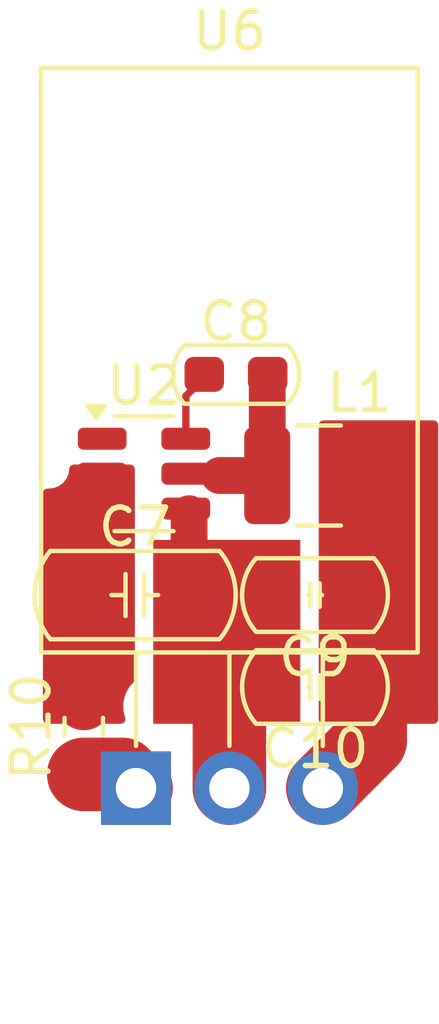
<source format=kicad_pcb>
(kicad_pcb (version 20241229) (generator "pcbnew") (generator_version "9.0")
  (layers (0 "F.Cu" signal) (2 "B.Cu" signal) (13 "F.Paste" user) (15 "B.Paste" user) (5 "F.SilkS" user "F.Silkscreen") (7 "B.SilkS" user "B.Silkscreen") (1 "F.Mask" user) (3 "B.Mask" user) (25 "Edge.Cuts" user))
  (net 0 "")
  (net 1 "/3_3IN")
  (net 2 "GND")
  (net 3 "Net-(U2-BST)")
  (net 4 "/3_3V_cool")
  (net 5 "3_3V")
  (net 6 "VBAT")
  (footprint "PCM_Capacitor_SMD_Handsoldering_AKL:C_0805_2012Metric_Pad1.18x1.45mm" (layer "F.Cu") (at 37.0375 31.75 180)
    (property "Reference" "C10" (at 0 -1.68 0) (layer "F.SilkS"))
    (property "Value" "22uF" (hide yes))
    (fp_line (start 1.6 -1) (end -1.6 -1) (stroke (width 0.12)) (layer "F.SilkS"))
    (fp_line (start 0.127 0.3175) (end 0.127 -0.3175) (stroke (width 0.12)) (layer "F.SilkS"))
    (fp_line (start 0.127 0) (end 0.1905 0) (stroke (width 0.12)) (layer "F.SilkS"))
    (fp_line (start -0.127 0) (end -0.1905 0) (stroke (width 0.12)) (layer "F.SilkS"))
    (fp_line (start -0.127 -0.3175) (end -0.127 0.3175) (stroke (width 0.12)) (layer "F.SilkS"))
    (fp_line (start -1.6 1) (end 1.6 1) (stroke (width 0.12)) (layer "F.SilkS"))
    (fp_arc (start 1.6 -1) (mid 1.980894 0) (end 1.6 1) (stroke (width 0.12)) (layer "F.SilkS"))
    (fp_arc (start -1.6 1) (mid -1.980894 0) (end -1.6 -1) (stroke (width 0.12)) (layer "F.SilkS"))
    (pad "1" smd roundrect (at -1.0375 0 180) (size 1.175 1.45) (layers "F.Cu" "F.Mask" "F.Paste") (roundrect_rratio 0.212766) (net 5 "3_3V"))
    (pad "2" smd roundrect (at 1.0375 0 180) (size 1.175 1.45) (layers "F.Cu" "F.Mask" "F.Paste") (roundrect_rratio 0.212766) (net 2 "GND"))
  )
  (footprint "PCM_Capacitor_SMD_Handsoldering_AKL:C_0805_2012Metric_Pad1.18x1.45mm" (layer "F.Cu") (at 37.0375 29.25 180)
    (property "Reference" "C9" (at 0 -1.68 0) (layer "F.SilkS"))
    (property "Value" "22uF" (hide yes))
    (fp_line (start 1.6 -1) (end -1.6 -1) (stroke (width 0.12)) (layer "F.SilkS"))
    (fp_line (start 0.127 0.3175) (end 0.127 -0.3175) (stroke (width 0.12)) (layer "F.SilkS"))
    (fp_line (start 0.127 0) (end 0.1905 0) (stroke (width 0.12)) (layer "F.SilkS"))
    (fp_line (start -0.127 0) (end -0.1905 0) (stroke (width 0.12)) (layer "F.SilkS"))
    (fp_line (start -0.127 -0.3175) (end -0.127 0.3175) (stroke (width 0.12)) (layer "F.SilkS"))
    (fp_line (start -1.6 1) (end 1.6 1) (stroke (width 0.12)) (layer "F.SilkS"))
    (fp_arc (start 1.6 -1) (mid 1.980894 0) (end 1.6 1) (stroke (width 0.12)) (layer "F.SilkS"))
    (fp_arc (start -1.6 1) (mid -1.980894 0) (end -1.6 -1) (stroke (width 0.12)) (layer "F.SilkS"))
    (pad "1" smd roundrect (at -1.0375 0 180) (size 1.175 1.45) (layers "F.Cu" "F.Mask" "F.Paste") (roundrect_rratio 0.212766) (net 5 "3_3V"))
    (pad "2" smd roundrect (at 1.0375 0 180) (size 1.175 1.45) (layers "F.Cu" "F.Mask" "F.Paste") (roundrect_rratio 0.212766) (net 2 "GND"))
  )
  (footprint "Package_TO_SOT_THT:TO-220-3_Horizontal_TabDown" (layer "F.Cu") (at 32.17 34.5)
    (property "Reference" "U6" (at 2.54 -20.58 0) (layer "F.SilkS"))
    (property "Value" "LM7805_TO220")
    (fp_line (start -2.58 -19.58) (end -2.58 -3.69) (stroke (width 0.12)) (layer "F.SilkS"))
    (fp_line (start -2.58 -19.58) (end 7.66 -19.58) (stroke (width 0.12)) (layer "F.SilkS"))
    (fp_line (start -2.58 -3.69) (end 7.66 -3.69) (stroke (width 0.12)) (layer "F.SilkS"))
    (fp_line (start 0 -3.69) (end 0 -1.15) (stroke (width 0.12)) (layer "F.SilkS"))
    (fp_line (start 2.54 -3.69) (end 2.54 -1.15) (stroke (width 0.12)) (layer "F.SilkS"))
    (fp_line (start 5.08 -3.69) (end 5.08 -1.15) (stroke (width 0.12)) (layer "F.SilkS"))
    (fp_line (start 7.66 -19.58) (end 7.66 -3.69) (stroke (width 0.12)) (layer "F.SilkS"))
    (pad "" np_thru_hole circle (at 2.54 -16.66) (size 3.5 3.5) (drill 3.5) (layers "*.Cu" "*.Mask"))
    (pad "1" thru_hole rect (at 0 0) (size 1.905 2) (drill 1.1) (layers "*.Cu" "*.Mask") (net 6 "VBAT"))
    (pad "2" thru_hole oval (at 2.54 0) (size 1.905 2) (drill 1.1) (layers "*.Cu" "*.Mask") (net 2 "GND"))
    (pad "3" thru_hole oval (at 5.08 0) (size 1.905 2) (drill 1.1) (layers "*.Cu" "*.Mask") (net 5 "3_3V"))
  )
  (footprint "PCM_Capacitor_SMD_Handsoldering_AKL:C_0603_1608Metric_Pad1.08x0.95mm" (layer "F.Cu") (at 34.88881 23.25)
    (property "Reference" "C8" (at 0 -1.43 0) (layer "F.SilkS"))
    (property "Value" "100nf" (hide yes))
    (fp_line (start -1.4 0.800002) (end 1.4 0.800001) (stroke (width 0.12)) (layer "F.SilkS"))
    (fp_line (start 1.4 -0.799999) (end -1.4 -0.8) (stroke (width 0.12)) (layer "F.SilkS"))
    (fp_arc (start -1.4 0.800002) (mid -1.719939 0.000001) (end -1.4 -0.8) (stroke (width 0.12)) (layer "F.SilkS"))
    (fp_arc (start 1.4 -0.800001) (mid 1.719939 0) (end 1.4 0.800001) (stroke (width 0.12)) (layer "F.SilkS"))
    (pad "1" smd roundrect (at -0.8625 0) (size 1.075 0.95) (layers "F.Cu" "F.Mask" "F.Paste") (net 3 "Net-(U2-BST)"))
    (pad "2" smd roundrect (at 0.8625 0) (size 1.075 0.95) (layers "F.Cu" "F.Mask" "F.Paste") (net 4 "/3_3V_cool"))
  )
  (footprint "PCM_Capacitor_SMD_Handsoldering_AKL:C_1206_3216Metric_Pad1.33x1.80mm" (layer "F.Cu") (at 32.13881 29.25)
    (property "Reference" "C7" (at 0 -1.85 0) (layer "F.SilkS"))
    (property "Value" "10uF" (hide yes))
    (fp_line (start -2.3 1.2) (end 2.3 1.2) (stroke (width 0.12)) (layer "F.SilkS"))
    (fp_line (start -0.254 -0.5715) (end -0.254 0.5715) (stroke (width 0.12)) (layer "F.SilkS"))
    (fp_line (start -0.254 0) (end -0.635 0) (stroke (width 0.12)) (layer "F.SilkS"))
    (fp_line (start 0.254 -0.5715) (end 0.254 0.5715) (stroke (width 0.12)) (layer "F.SilkS"))
    (fp_line (start 0.254 0) (end 0.635 0) (stroke (width 0.12)) (layer "F.SilkS"))
    (fp_line (start 2.3 -1.2) (end -2.3 -1.2) (stroke (width 0.12)) (layer "F.SilkS"))
    (fp_arc (start -2.3 1.2) (mid -2.726625 0) (end -2.3 -1.2) (stroke (width 0.12)) (layer "F.SilkS"))
    (fp_arc (start 2.3 -1.2) (mid 2.741962 0) (end 2.3 1.2) (stroke (width 0.12)) (layer "F.SilkS"))
    (pad "1" smd roundrect (at -1.5625 0) (size 1.325 1.8) (layers "F.Cu" "F.Mask" "F.Paste") (roundrect_rratio 0.188679) (net 1 "/3_3IN"))
    (pad "2" smd roundrect (at 1.5625 0) (size 1.325 1.8) (layers "F.Cu" "F.Mask" "F.Paste") (roundrect_rratio 0.188679) (net 2 "GND"))
  )
  (footprint "Package_TO_SOT_SMD:TSOT-23-6" (layer "F.Cu") (at 32.3875 25.95)
    (property "Reference" "U2" (at 0 -2.4 0) (layer "F.SilkS"))
    (property "Value" "AP63203")
    (fp_line (start 0 -1.56) (end -0.8 -1.56) (stroke (width 0.12)) (layer "F.SilkS"))
    (fp_line (start 0 -1.56) (end 0.8 -1.56) (stroke (width 0.12)) (layer "F.SilkS"))
    (fp_line (start 0 1.56) (end -0.8 1.56) (stroke (width 0.12)) (layer "F.SilkS"))
    (fp_line (start 0 1.56) (end 0.8 1.56) (stroke (width 0.12)) (layer "F.SilkS"))
    (fp_poly (pts (xy -1.3 -1.51) (xy -1.54 -1.84) (xy -1.06 -1.84) (xy -1.3 -1.51)) (stroke (width 0.12)) (fill yes) (layer "F.SilkS"))
    (pad "1" smd roundrect (at -1.1375 -0.95) (size 1.325 0.6) (layers "F.Cu" "F.Mask" "F.Paste") (net 5 "3_3V"))
    (pad "2" smd roundrect (at -1.1375 0) (size 1.325 0.6) (layers "F.Cu" "F.Mask" "F.Paste") (net 1 "/3_3IN"))
    (pad "3" smd roundrect (at -1.1375 0.95) (size 1.325 0.6) (layers "F.Cu" "F.Mask" "F.Paste") (net 1 "/3_3IN"))
    (pad "4" smd roundrect (at 1.1375 0.95) (size 1.325 0.6) (layers "F.Cu" "F.Mask" "F.Paste") (net 2 "GND"))
    (pad "5" smd roundrect (at 1.1375 0) (size 1.325 0.6) (layers "F.Cu" "F.Mask" "F.Paste") (net 4 "/3_3V_cool"))
    (pad "6" smd roundrect (at 1.1375 -0.95) (size 1.325 0.6) (layers "F.Cu" "F.Mask" "F.Paste") (net 3 "Net-(U2-BST)"))
  )
  (footprint "Inductor_SMD:L_1210_3225Metric" (layer "F.Cu") (at 37.13881 26)
    (property "Reference" "L1" (at 1.11119 -2.25 0) (layer "F.SilkS"))
    (property "Value" "4.7uH")
    (fp_line (start 0.602064 -1.36) (end -0.602064 -1.36) (stroke (width 0.12)) (layer "F.SilkS"))
    (fp_line (start 0.602064 1.36) (end -0.602064 1.36) (stroke (width 0.12)) (layer "F.SilkS"))
    (pad "1" smd roundrect (at -1.4 0) (size 1.25 2.65) (layers "F.Cu" "F.Mask" "F.Paste") (roundrect_rratio 0.2) (net 4 "/3_3V_cool"))
    (pad "2" smd roundrect (at 1.4 0) (size 1.25 2.65) (layers "F.Cu" "F.Mask" "F.Paste") (roundrect_rratio 0.2) (net 5 "3_3V"))
  )
  (footprint "Resistor_SMD:R_0603_1608Metric" (layer "F.Cu") (at 30.75 32.825 90)
    (property "Reference" "R10" (at 0 -1.43 90) (layer "F.SilkS"))
    (property "Value" "2.2Ohm (90mW loss)")
    (fp_line (start -0.237258 -0.5225) (end 0.237258 -0.5225) (stroke (width 0.12)) (layer "F.SilkS"))
    (fp_line (start -0.237258 0.5225) (end 0.237258 0.5225) (stroke (width 0.12)) (layer "F.SilkS"))
    (pad "1" smd roundrect (at -0.825 0 90) (size 0.8 0.95) (layers "F.Cu" "F.Mask" "F.Paste") (net 6 "VBAT"))
    (pad "2" smd roundrect (at 0.825 0 90) (size 0.8 0.95) (layers "F.Cu" "F.Mask" "F.Paste") (net 1 "/3_3IN"))
  )
  (segment (start 30.66381 29.25) (end 30.66381 27.5375) (width 1) (layer "F.Cu") (net 1))
  (segment (start 30.75 32.175) (end 30.75 29.475) (width 1.5) (layer "F.Cu") (net 1))
  (segment (start 31.25131 26.95) (end 31.25131 26.2) (width 1) (layer "F.Cu") (net 1))
  (segment (start 30.66381 27.5375) (end 31.25131 26.95) (width 1) (layer "F.Cu") (net 1))
  (segment (start 34.71 34.5) (end 34.71 29.29) (width 2) (layer "F.Cu") (net 2))
  (segment (start 36 31.75) (end 36 29.25) (width 1) (layer "F.Cu") (net 2))
  (segment (start 35.66381 29.25) (end 34.75 29.25) (width 1) (layer "F.Cu") (net 2))
  (segment (start 34.75 29.25) (end 33.61381 29.25) (width 1) (layer "F.Cu") (net 2))
  (segment (start 34.71 29.29) (end 34.75 29.25) (width 2) (layer "F.Cu") (net 2))
  (segment (start 33.61381 29.25) (end 33.61381 27.0375) (width 1) (layer "F.Cu") (net 2))
  (segment (start 33.52631 23.8375) (end 34.11381 23.25) (width 0.2) (layer "F.Cu") (net 3))
  (segment (start 33.52631 25.05) (end 33.52631 23.8375) (width 0.2) (layer "F.Cu") (net 3))
  (segment (start 35.73881 26) (end 35.73881 23.325) (width 1) (layer "F.Cu") (net 4))
  (segment (start 35.73881 26) (end 34.440892 26) (width 1) (layer "F.Cu") (net 4))
  (segment (start 38.61381 29.25) (end 38.61381 27.7) (width 1) (layer "F.Cu") (net 5))
  (segment (start 38.61381 31.75) (end 38.61381 29.25) (width 1) (layer "F.Cu") (net 5))
  (segment (start 38.61381 27.7) (end 38.61381 26.075) (width 1) (layer "F.Cu") (net 5))
  (segment (start 38.53881 33.21119) (end 37.25 34.5) (width 2) (layer "F.Cu") (net 5))
  (segment (start 38.53881 26) (end 38.53881 33.21119) (width 2) (layer "F.Cu") (net 5))
  (segment (start 31.796 34.126) (end 30.75 34.126) (width 2) (layer "F.Cu") (net 6))
  (segment (start 32.17 34.5) (end 31.796 34.126) (width 2) (layer "F.Cu") (net 6))
  (zone (net 1) (net_name "/3_3IN") (layer "F.Cu") (priority 1) (connect_pads yes (clearance 0)) (min_thickness 0.25) (fill (thermal_gap 0.5) (thermal_bridge_width 0.5))
    (polygon (pts (xy 32.13881 25.7) (xy 29.63881 25.7) (xy 29.63881 32.75) (xy 32.13881 32.75)))
  )
  (zone (net 2) (net_name "GND") (layer "F.Cu") (priority 1) (connect_pads yes (clearance 0.1)) (min_thickness 0.25) (fill (thermal_gap 0.5) (thermal_bridge_width 0.5))
    (polygon (pts (xy 36.63881 27.75) (xy 32.63881 27.75) (xy 32.63881 32.75) (xy 36.63881 32.75)))
  )
  (zone (net 5) (net_name "3_3V") (layer "F.Cu") (priority 1) (connect_pads yes (clearance 0.1)) (min_thickness 0.25) (fill (thermal_gap 0.5) (thermal_bridge_width 0.5))
    (polygon (pts (xy 40.38881 24.5) (xy 37.13881 24.5) (xy 37.13881 32.75) (xy 40.38881 32.75)))
  )
)
</source>
